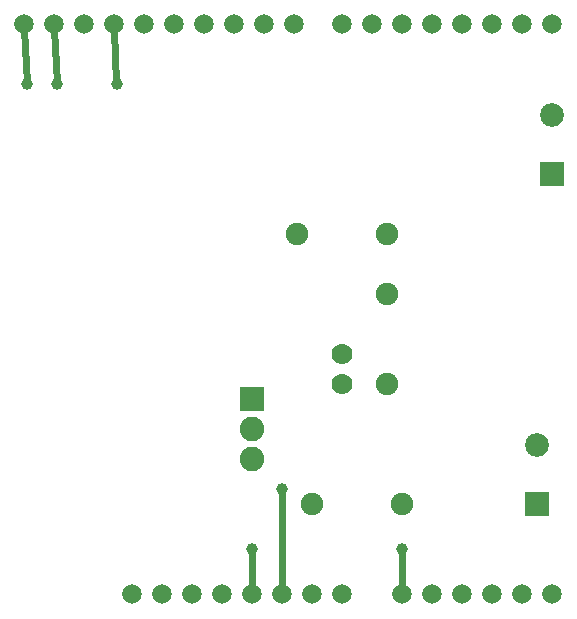
<source format=gtl>
G04 MADE WITH FRITZING*
G04 WWW.FRITZING.ORG*
G04 DOUBLE SIDED*
G04 HOLES PLATED*
G04 CONTOUR ON CENTER OF CONTOUR VECTOR*
%ASAXBY*%
%FSLAX23Y23*%
%MOIN*%
%OFA0B0*%
%SFA1.0B1.0*%
%ADD10C,0.039370*%
%ADD11C,0.079370*%
%ADD12C,0.065278*%
%ADD13C,0.082000*%
%ADD14C,0.075000*%
%ADD15C,0.070000*%
%ADD16R,0.079370X0.079370*%
%ADD17R,0.082000X0.082000*%
%ADD18C,0.024000*%
%LNCOPPER1*%
G90*
G70*
G54D10*
X899Y252D03*
X1399Y252D03*
X1000Y453D03*
X249Y1802D03*
X149Y1802D03*
X449Y1802D03*
G54D11*
X1849Y402D03*
X1849Y599D03*
X1899Y1502D03*
X1899Y1699D03*
G54D12*
X1499Y102D03*
X1599Y102D03*
X1699Y102D03*
X1799Y102D03*
X1899Y102D03*
X1039Y2002D03*
X939Y2002D03*
X839Y2002D03*
X739Y2002D03*
X639Y2002D03*
X539Y2002D03*
X439Y2002D03*
X339Y2002D03*
X239Y2002D03*
X139Y2002D03*
X1899Y2002D03*
X1799Y2002D03*
X1699Y2002D03*
X1599Y2002D03*
X1499Y2002D03*
X1399Y2002D03*
X1299Y2002D03*
X1199Y2002D03*
X599Y102D03*
X499Y102D03*
X699Y102D03*
X799Y102D03*
X899Y102D03*
X999Y102D03*
X1099Y102D03*
X1199Y102D03*
X1399Y102D03*
G54D13*
X899Y752D03*
X899Y652D03*
X899Y552D03*
G54D14*
X1099Y402D03*
X1399Y402D03*
X1349Y802D03*
X1349Y1102D03*
X1349Y1302D03*
X1049Y1302D03*
G54D15*
X1199Y902D03*
X1199Y802D03*
G54D16*
X1849Y402D03*
X1899Y1502D03*
G54D17*
X899Y752D03*
G54D18*
X899Y244D02*
X899Y122D01*
D02*
X1000Y445D02*
X999Y122D01*
D02*
X1399Y244D02*
X1399Y122D01*
D02*
X440Y1982D02*
X448Y1810D01*
D02*
X149Y1810D02*
X140Y1982D01*
D02*
X249Y1810D02*
X240Y1982D01*
G04 End of Copper1*
M02*
</source>
